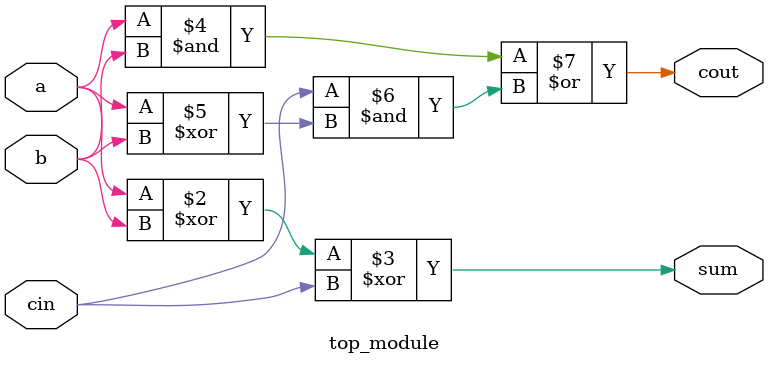
<source format=sv>
module top_module (
    input a,
    input b,
    input cin,
    output reg cout,
    output reg sum
);

    always @(*) begin
        sum = a ^ b ^ cin;
        cout = (a & b) | (cin & (a ^ b));
    end

endmodule

</source>
